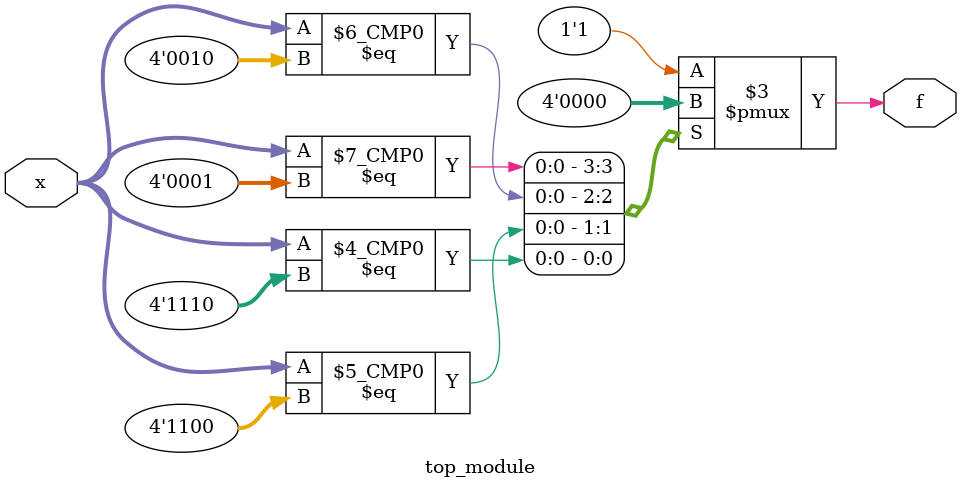
<source format=sv>
module top_module (
    input [4:1] x,
    output logic f
);

always_comb begin
    case ({x[4], x[3], x[2], x[1]})
        4'b0001: f = 1'b0;
        4'b0010: f = 1'b0;
        4'b0101: f = 1'b1;
        4'b1001: f = 1'b1;
        4'b1011: f = 1'b1;
        4'b1100: f = 1'b0;
        4'b1110: f = 1'b0;
        default: f = 1'b1;
    endcase
end

endmodule

</source>
